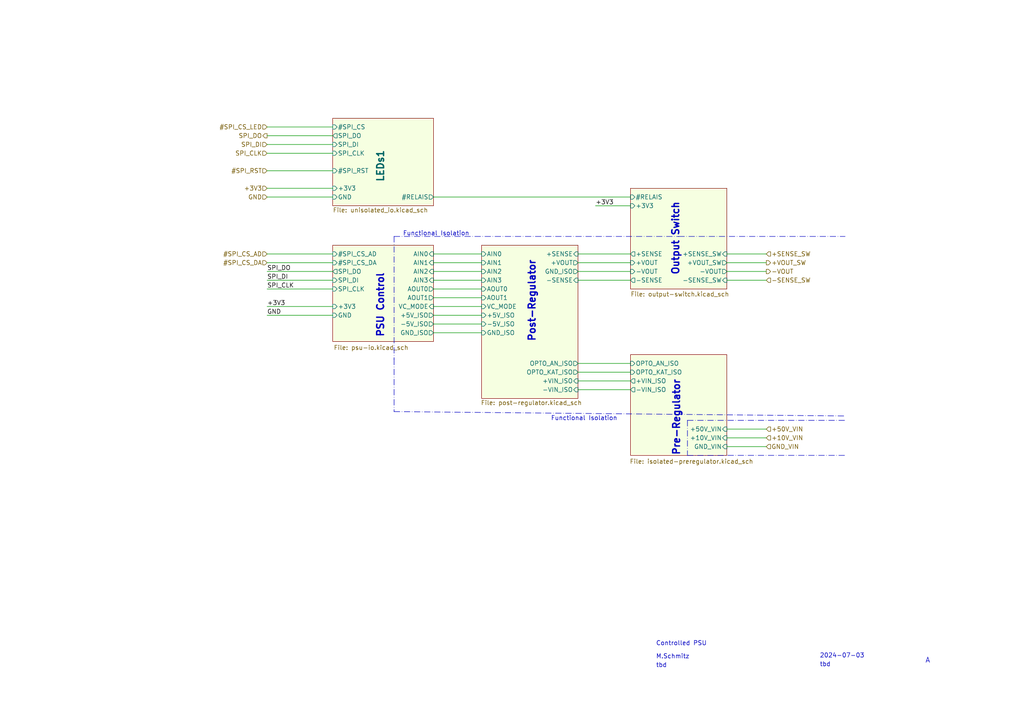
<source format=kicad_sch>
(kicad_sch
	(version 20231120)
	(generator "eeschema")
	(generator_version "8.0")
	(uuid "08fba71b-d712-466a-aac8-d6f2215b6925")
	(paper "A4")
	(title_block
		(title "CQ2")
		(date "2024-07-17")
		(rev "0")
	)
	(lib_symbols)
	(wire
		(pts
			(xy 125.73 93.98) (xy 139.7 93.98)
		)
		(stroke
			(width 0)
			(type default)
		)
		(uuid "09583243-695f-49cc-9549-103b80881ffd")
	)
	(wire
		(pts
			(xy 167.64 110.49) (xy 182.88 110.49)
		)
		(stroke
			(width 0)
			(type default)
		)
		(uuid "09c74385-af95-48ed-9b5f-a263dcd917c6")
	)
	(wire
		(pts
			(xy 210.82 129.54) (xy 222.25 129.54)
		)
		(stroke
			(width 0)
			(type default)
		)
		(uuid "0e508a97-4a2c-4405-a944-0fab40147908")
	)
	(wire
		(pts
			(xy 210.82 73.66) (xy 222.25 73.66)
		)
		(stroke
			(width 0)
			(type default)
		)
		(uuid "1d5687a0-093a-4abd-b276-db5ee1580c9d")
	)
	(polyline
		(pts
			(xy 114.3 119.38) (xy 245.11 120.65)
		)
		(stroke
			(width 0)
			(type dash_dot)
		)
		(uuid "1ff0e50f-48cc-43da-b03e-b88bfa94d5ec")
	)
	(wire
		(pts
			(xy 77.47 44.45) (xy 96.52 44.45)
		)
		(stroke
			(width 0)
			(type default)
		)
		(uuid "299ff361-74a3-41d2-b943-6fe739a7d1fe")
	)
	(wire
		(pts
			(xy 77.47 36.83) (xy 96.52 36.83)
		)
		(stroke
			(width 0)
			(type default)
		)
		(uuid "2c073648-c10a-4343-a6f9-7f230eb91d35")
	)
	(polyline
		(pts
			(xy 114.3 68.58) (xy 114.3 104.14)
		)
		(stroke
			(width 0)
			(type dash_dot)
		)
		(uuid "2e357bd4-a8d9-46e0-ab8a-668687d4d266")
	)
	(wire
		(pts
			(xy 77.47 41.91) (xy 96.52 41.91)
		)
		(stroke
			(width 0)
			(type default)
		)
		(uuid "37da21d8-c299-4d61-abe8-05eb72c519e3")
	)
	(polyline
		(pts
			(xy 199.39 121.92) (xy 245.11 121.92)
		)
		(stroke
			(width 0)
			(type dash_dot)
		)
		(uuid "3960c6ba-e19e-45df-9373-4eea093c3b95")
	)
	(wire
		(pts
			(xy 167.64 107.95) (xy 182.88 107.95)
		)
		(stroke
			(width 0)
			(type default)
		)
		(uuid "3963fd8e-dcb2-47ee-a810-e61c84d93095")
	)
	(wire
		(pts
			(xy 77.47 88.9) (xy 96.52 88.9)
		)
		(stroke
			(width 0)
			(type default)
		)
		(uuid "3b94a73f-fb68-46fc-a1d5-2dccbc365bc4")
	)
	(wire
		(pts
			(xy 77.47 78.74) (xy 96.52 78.74)
		)
		(stroke
			(width 0)
			(type default)
		)
		(uuid "43e62f0d-4c01-4589-969a-95ee32f190e2")
	)
	(polyline
		(pts
			(xy 114.3 104.14) (xy 114.3 104.14)
		)
		(stroke
			(width 0)
			(type dash_dot)
		)
		(uuid "49eefdfd-41a6-47b1-ab54-4d91bc1dfc3a")
	)
	(wire
		(pts
			(xy 77.47 39.37) (xy 96.52 39.37)
		)
		(stroke
			(width 0)
			(type default)
		)
		(uuid "57041323-ce5c-43cd-9088-a998c6b69d8a")
	)
	(wire
		(pts
			(xy 77.47 73.66) (xy 96.52 73.66)
		)
		(stroke
			(width 0)
			(type default)
		)
		(uuid "5a550424-d74c-4125-a0ba-7f7ef4edd3e8")
	)
	(wire
		(pts
			(xy 125.73 96.52) (xy 139.7 96.52)
		)
		(stroke
			(width 0)
			(type default)
		)
		(uuid "5d80aa5e-7669-4907-8923-bf11da54d9db")
	)
	(wire
		(pts
			(xy 210.82 124.46) (xy 222.25 124.46)
		)
		(stroke
			(width 0)
			(type default)
		)
		(uuid "6e9ad2cf-423d-40b6-9e91-f0c888bdb585")
	)
	(wire
		(pts
			(xy 125.73 86.36) (xy 139.7 86.36)
		)
		(stroke
			(width 0)
			(type default)
		)
		(uuid "729935f5-5264-42ef-bbec-18b2da35c0ef")
	)
	(wire
		(pts
			(xy 167.64 73.66) (xy 182.88 73.66)
		)
		(stroke
			(width 0)
			(type default)
		)
		(uuid "7be074af-0de8-4370-a384-d39f3e562bc6")
	)
	(wire
		(pts
			(xy 210.82 76.2) (xy 222.25 76.2)
		)
		(stroke
			(width 0)
			(type default)
		)
		(uuid "7c88e5b3-7cbf-4430-9491-0bbf3df2895a")
	)
	(wire
		(pts
			(xy 125.73 81.28) (xy 139.7 81.28)
		)
		(stroke
			(width 0)
			(type default)
		)
		(uuid "7cb16686-fa0f-4aaa-8567-8d8a18522430")
	)
	(wire
		(pts
			(xy 125.73 76.2) (xy 139.7 76.2)
		)
		(stroke
			(width 0)
			(type default)
		)
		(uuid "81ece53e-9d4f-41bb-b655-41579546837b")
	)
	(wire
		(pts
			(xy 125.73 57.15) (xy 182.88 57.15)
		)
		(stroke
			(width 0)
			(type default)
		)
		(uuid "83c1556f-626a-4dd0-81de-59d5b901c1ec")
	)
	(polyline
		(pts
			(xy 196.85 68.58) (xy 196.85 68.58)
		)
		(stroke
			(width 0)
			(type dash_dot)
		)
		(uuid "8b10d82f-0707-4f27-be1e-4f0dcf223435")
	)
	(wire
		(pts
			(xy 210.82 81.28) (xy 222.25 81.28)
		)
		(stroke
			(width 0)
			(type default)
		)
		(uuid "8d64343f-f882-48db-929b-df440b75c9e3")
	)
	(wire
		(pts
			(xy 125.73 78.74) (xy 139.7 78.74)
		)
		(stroke
			(width 0)
			(type default)
		)
		(uuid "946b7d7a-6fc5-4aca-bed8-d6f42027da0e")
	)
	(wire
		(pts
			(xy 210.82 78.74) (xy 222.25 78.74)
		)
		(stroke
			(width 0)
			(type default)
		)
		(uuid "969ddc6e-c7d2-4b99-9556-dfbee594904d")
	)
	(wire
		(pts
			(xy 167.64 78.74) (xy 182.88 78.74)
		)
		(stroke
			(width 0)
			(type default)
		)
		(uuid "9f357e5e-800d-4052-b3e7-98ad57864026")
	)
	(wire
		(pts
			(xy 167.64 76.2) (xy 182.88 76.2)
		)
		(stroke
			(width 0)
			(type default)
		)
		(uuid "a2068f34-b084-4754-adf1-4df796e8b7f3")
	)
	(wire
		(pts
			(xy 210.82 127) (xy 222.25 127)
		)
		(stroke
			(width 0)
			(type default)
		)
		(uuid "a402f1d9-7b4a-4d99-aaa6-b8b1e44eb0b7")
	)
	(wire
		(pts
			(xy 167.64 113.03) (xy 182.88 113.03)
		)
		(stroke
			(width 0)
			(type default)
		)
		(uuid "a6d6088d-affd-46bc-a26a-3631224ca0a2")
	)
	(polyline
		(pts
			(xy 114.3 68.58) (xy 196.85 68.58)
		)
		(stroke
			(width 0)
			(type dash_dot)
		)
		(uuid "a8c1fed0-c254-449c-9253-cd7dbac28b4d")
	)
	(wire
		(pts
			(xy 77.47 81.28) (xy 96.52 81.28)
		)
		(stroke
			(width 0)
			(type default)
		)
		(uuid "acf9caa0-922f-4391-bd9d-5d28b9556734")
	)
	(wire
		(pts
			(xy 167.64 105.41) (xy 182.88 105.41)
		)
		(stroke
			(width 0)
			(type default)
		)
		(uuid "ad8b7edd-fa44-4a4e-ab19-1b6395d2f1a7")
	)
	(wire
		(pts
			(xy 172.72 59.69) (xy 182.88 59.69)
		)
		(stroke
			(width 0)
			(type default)
		)
		(uuid "b5f3f236-3ddc-4cd9-b450-3c6fca0de1ca")
	)
	(wire
		(pts
			(xy 77.47 57.15) (xy 96.52 57.15)
		)
		(stroke
			(width 0)
			(type default)
		)
		(uuid "b73050cf-9499-4d08-9496-58ff31228592")
	)
	(wire
		(pts
			(xy 77.47 91.44) (xy 96.52 91.44)
		)
		(stroke
			(width 0)
			(type default)
		)
		(uuid "b889f016-6b14-462e-a0be-4d147897f938")
	)
	(wire
		(pts
			(xy 77.47 54.61) (xy 96.52 54.61)
		)
		(stroke
			(width 0)
			(type default)
		)
		(uuid "bbf73887-3ebb-4d4f-b959-8ff637b14e34")
	)
	(wire
		(pts
			(xy 77.47 49.53) (xy 96.52 49.53)
		)
		(stroke
			(width 0)
			(type default)
		)
		(uuid "cf5a27bb-35bf-4b0c-a916-f2eb4b80980a")
	)
	(wire
		(pts
			(xy 125.73 91.44) (xy 139.7 91.44)
		)
		(stroke
			(width 0)
			(type default)
		)
		(uuid "cf908a91-abb4-4a99-bf33-01e550471c0b")
	)
	(polyline
		(pts
			(xy 199.39 132.08) (xy 245.11 132.08)
		)
		(stroke
			(width 0)
			(type dash_dot)
		)
		(uuid "d1c91deb-5afb-48b5-9db3-d1d791ab3529")
	)
	(wire
		(pts
			(xy 77.47 83.82) (xy 96.52 83.82)
		)
		(stroke
			(width 0)
			(type default)
		)
		(uuid "d3234b68-e79e-4539-a1c4-e14589501f17")
	)
	(polyline
		(pts
			(xy 114.3 104.14) (xy 114.3 119.38)
		)
		(stroke
			(width 0)
			(type dash_dot)
		)
		(uuid "daa3f3d7-6830-4787-b36f-d37c49cfc317")
	)
	(wire
		(pts
			(xy 167.64 81.28) (xy 182.88 81.28)
		)
		(stroke
			(width 0)
			(type default)
		)
		(uuid "dfad851b-6452-4ab5-9370-5b792716412a")
	)
	(wire
		(pts
			(xy 125.73 83.82) (xy 139.7 83.82)
		)
		(stroke
			(width 0)
			(type default)
		)
		(uuid "e4118296-83a2-48e8-944f-7fd7666032c7")
	)
	(polyline
		(pts
			(xy 196.85 68.58) (xy 245.11 68.58)
		)
		(stroke
			(width 0)
			(type dash_dot)
		)
		(uuid "e8a8a7d5-8a5e-4cd9-bf12-da4eeef58ad4")
	)
	(polyline
		(pts
			(xy 199.39 121.92) (xy 199.39 132.08)
		)
		(stroke
			(width 0)
			(type dash_dot)
		)
		(uuid "eb7bb641-0f3c-42b5-8e08-bb2bae83d854")
	)
	(wire
		(pts
			(xy 77.47 76.2) (xy 96.52 76.2)
		)
		(stroke
			(width 0)
			(type default)
		)
		(uuid "f2d94de4-cc75-4158-a6c6-1041ace44797")
	)
	(wire
		(pts
			(xy 125.73 88.9) (xy 139.7 88.9)
		)
		(stroke
			(width 0)
			(type default)
		)
		(uuid "f56be5a4-9f9c-4057-a539-0d47e18c06b7")
	)
	(wire
		(pts
			(xy 125.73 73.66) (xy 139.7 73.66)
		)
		(stroke
			(width 0)
			(type default)
		)
		(uuid "f7717a30-456f-4962-a9ad-2ee56be09a18")
	)
	(text "M.Schmitz"
		(exclude_from_sim no)
		(at 190.246 191.262 0)
		(effects
			(font
				(size 1.27 1.27)
			)
			(justify left bottom)
		)
		(uuid "1b6a4184-47c3-4b01-a111-c392c6620174")
	)
	(text "Functional Isolation"
		(exclude_from_sim no)
		(at 116.84 68.58 0)
		(effects
			(font
				(size 1.27 1.27)
			)
			(justify left bottom)
		)
		(uuid "2604340e-7ccd-48a2-98cd-c69e8ad46375")
	)
	(text "Controlled PSU"
		(exclude_from_sim no)
		(at 190.246 187.452 0)
		(effects
			(font
				(size 1.27 1.27)
			)
			(justify left bottom)
		)
		(uuid "52826a27-3049-41aa-9be4-dd7e72871e7f")
	)
	(text "Functional Isolation"
		(exclude_from_sim no)
		(at 159.766 122.174 0)
		(effects
			(font
				(size 1.27 1.27)
			)
			(justify left bottom)
		)
		(uuid "5ab502ea-ac7f-4e7a-ac88-0232ac8bb939")
	)
	(text "tbd"
		(exclude_from_sim no)
		(at 190.246 193.802 0)
		(effects
			(font
				(size 1.27 1.27)
			)
			(justify left bottom)
		)
		(uuid "8957bb4a-93af-4285-b21f-3a9012bb2eb9")
	)
	(text "2024-07-03"
		(exclude_from_sim no)
		(at 237.744 191.008 0)
		(effects
			(font
				(size 1.27 1.27)
			)
			(justify left bottom)
		)
		(uuid "8ec78da4-fd0f-4f0f-8c47-421b7915f596")
	)
	(text "tbd"
		(exclude_from_sim no)
		(at 237.744 193.548 0)
		(effects
			(font
				(size 1.27 1.27)
			)
			(justify left bottom)
		)
		(uuid "c4e5bfd9-fca3-41d5-8c6f-44b26d1ceb6e")
	)
	(text "A"
		(exclude_from_sim no)
		(at 268.351 192.532 0)
		(effects
			(font
				(size 1.4986 1.4986)
			)
			(justify left bottom)
		)
		(uuid "d12e9527-1754-4d70-a056-2a64498e3451")
	)
	(label "+3V3"
		(at 172.72 59.69 0)
		(fields_autoplaced yes)
		(effects
			(font
				(size 1.27 1.27)
			)
			(justify left bottom)
		)
		(uuid "3c9ce6d1-9986-44d4-b6e2-461f2f1fbcb5")
	)
	(label "+3V3"
		(at 77.47 88.9 0)
		(fields_autoplaced yes)
		(effects
			(font
				(size 1.27 1.27)
			)
			(justify left bottom)
		)
		(uuid "572f0413-ebf5-4c88-80e1-6005d88e744b")
	)
	(label "GND"
		(at 77.47 91.44 0)
		(fields_autoplaced yes)
		(effects
			(font
				(size 1.27 1.27)
			)
			(justify left bottom)
		)
		(uuid "97184b24-b9a6-4dfd-8b24-a5f1c1cd3a4b")
	)
	(label "SPI_DI"
		(at 77.47 81.28 0)
		(fields_autoplaced yes)
		(effects
			(font
				(size 1.27 1.27)
			)
			(justify left bottom)
		)
		(uuid "ad0ada7c-d1b8-43e7-a11a-4f9c8313266d")
	)
	(label "SPI_CLK"
		(at 77.47 83.82 0)
		(fields_autoplaced yes)
		(effects
			(font
				(size 1.27 1.27)
			)
			(justify left bottom)
		)
		(uuid "ba66cc23-05a2-4169-b896-37e75197a857")
	)
	(label "SPI_DO"
		(at 77.47 78.74 0)
		(fields_autoplaced yes)
		(effects
			(font
				(size 1.27 1.27)
			)
			(justify left bottom)
		)
		(uuid "dfe7c72a-ed78-4cb6-b476-024e68e0183d")
	)
	(hierarchical_label "#SPI_CS_DA"
		(shape input)
		(at 77.47 76.2 180)
		(fields_autoplaced yes)
		(effects
			(font
				(size 1.27 1.27)
			)
			(justify right)
		)
		(uuid "09fe452d-de9b-4665-a9b5-bf0b65eb99f8")
	)
	(hierarchical_label "SPI_DO"
		(shape output)
		(at 77.47 39.37 180)
		(fields_autoplaced yes)
		(effects
			(font
				(size 1.27 1.27)
			)
			(justify right)
		)
		(uuid "19c2fe8f-2d94-4d44-9fa2-85d6182b011f")
	)
	(hierarchical_label "GND"
		(shape input)
		(at 77.47 57.15 180)
		(fields_autoplaced yes)
		(effects
			(font
				(size 1.27 1.27)
			)
			(justify right)
		)
		(uuid "45d042ea-8b16-4224-a2db-f3f035bc86b0")
	)
	(hierarchical_label "GND_VIN"
		(shape input)
		(at 222.25 129.54 0)
		(fields_autoplaced yes)
		(effects
			(font
				(size 1.27 1.27)
			)
			(justify left)
		)
		(uuid "46734a8a-0e15-4ba1-bd12-942be78d6547")
	)
	(hierarchical_label "SPI_CLK"
		(shape input)
		(at 77.47 44.45 180)
		(fields_autoplaced yes)
		(effects
			(font
				(size 1.27 1.27)
			)
			(justify right)
		)
		(uuid "4b96a373-08b9-4191-9e92-75544b23056d")
	)
	(hierarchical_label "-VOUT"
		(shape output)
		(at 222.25 78.74 0)
		(fields_autoplaced yes)
		(effects
			(font
				(size 1.27 1.27)
			)
			(justify left)
		)
		(uuid "5080f85a-6b13-466c-af30-8a35f77381a2")
	)
	(hierarchical_label "#SPI_CS_AD"
		(shape input)
		(at 77.47 73.66 180)
		(fields_autoplaced yes)
		(effects
			(font
				(size 1.27 1.27)
			)
			(justify right)
		)
		(uuid "5e311e9f-ed96-40f3-b9c0-4a44a3285b5e")
	)
	(hierarchical_label "+50V_VIN"
		(shape input)
		(at 222.25 124.46 0)
		(fields_autoplaced yes)
		(effects
			(font
				(size 1.27 1.27)
			)
			(justify left)
		)
		(uuid "5f16e92b-ab3d-4cb1-b80d-19988756721d")
	)
	(hierarchical_label "SPI_DI"
		(shape input)
		(at 77.47 41.91 180)
		(fields_autoplaced yes)
		(effects
			(font
				(size 1.27 1.27)
			)
			(justify right)
		)
		(uuid "67ba7f3d-31d1-432f-9a12-7873fd906b07")
	)
	(hierarchical_label "+VOUT_SW"
		(shape output)
		(at 222.25 76.2 0)
		(fields_autoplaced yes)
		(effects
			(font
				(size 1.27 1.27)
			)
			(justify left)
		)
		(uuid "6b31f578-ff35-497d-8be3-2af7e788dc2e")
	)
	(hierarchical_label "+3V3"
		(shape input)
		(at 77.47 54.61 180)
		(fields_autoplaced yes)
		(effects
			(font
				(size 1.27 1.27)
			)
			(justify right)
		)
		(uuid "7ad2a998-c089-43b3-b304-7af21e03adfe")
	)
	(hierarchical_label "+10V_VIN"
		(shape input)
		(at 222.25 127 0)
		(fields_autoplaced yes)
		(effects
			(font
				(size 1.27 1.27)
			)
			(justify left)
		)
		(uuid "c26699ff-d5d2-44a9-bbb2-b9c691ba4b18")
	)
	(hierarchical_label "-SENSE_SW"
		(shape input)
		(at 222.25 81.28 0)
		(fields_autoplaced yes)
		(effects
			(font
				(size 1.27 1.27)
			)
			(justify left)
		)
		(uuid "cba9b791-0192-40b5-8034-eac77b8da3e0")
	)
	(hierarchical_label "#SPI_RST"
		(shape input)
		(at 77.47 49.53 180)
		(fields_autoplaced yes)
		(effects
			(font
				(size 1.27 1.27)
			)
			(justify right)
		)
		(uuid "e05bfdd8-d1bf-4d66-accd-bd384c83fa73")
	)
	(hierarchical_label "#SPI_CS_LED"
		(shape input)
		(at 77.47 36.83 180)
		(fields_autoplaced yes)
		(effects
			(font
				(size 1.27 1.27)
			)
			(justify right)
		)
		(uuid "e81c7674-4667-435e-9d6b-da187db8d2bf")
	)
	(hierarchical_label "+SENSE_SW"
		(shape input)
		(at 222.25 73.66 0)
		(fields_autoplaced yes)
		(effects
			(font
				(size 1.27 1.27)
			)
			(justify left)
		)
		(uuid "fe810433-54e0-4a5f-b260-048c0ef55806")
	)
	(sheet
		(at 96.52 71.12)
		(size 29.21 27.94)
		(stroke
			(width 0.1524)
			(type solid)
		)
		(fill
			(color 246 255 225 1.0000)
		)
		(uuid "1495dad5-83ea-4609-804f-2940cadedc39")
		(property "Sheetname" "PSU Control"
			(at 111.506 97.79 90)
			(effects
				(font
					(size 2 2)
					(bold yes)
					(color 0 0 194 1)
				)
				(justify left bottom)
			)
		)
		(property "Sheetfile" "psu-io.kicad_sch"
			(at 96.774 100.076 0)
			(effects
				(font
					(size 1.27 1.27)
				)
				(justify left top)
			)
		)
		(pin "+5V_ISO" output
			(at 125.73 91.44 0)
			(effects
				(font
					(size 1.27 1.27)
				)
				(justify right)
			)
			(uuid "2ea6e39d-8c02-49d7-bcbe-667c7720f1cf")
		)
		(pin "-5V_ISO" output
			(at 125.73 93.98 0)
			(effects
				(font
					(size 1.27 1.27)
				)
				(justify right)
			)
			(uuid "8340eabe-c8a2-4cf0-8863-1f7eba75d1ea")
		)
		(pin "GND_ISO" output
			(at 125.73 96.52 0)
			(effects
				(font
					(size 1.27 1.27)
				)
				(justify right)
			)
			(uuid "5825c9f4-8cbc-4a33-80b3-18b34d9d3273")
		)
		(pin "AOUT1" output
			(at 125.73 86.36 0)
			(effects
				(font
					(size 1.27 1.27)
				)
				(justify right)
			)
			(uuid "b53f7e61-9d00-44bc-b383-250ce679769e")
		)
		(pin "AOUT0" output
			(at 125.73 83.82 0)
			(effects
				(font
					(size 1.27 1.27)
				)
				(justify right)
			)
			(uuid "71506b5d-e02e-4451-b438-92e9f42812f3")
		)
		(pin "AIN2" input
			(at 125.73 78.74 0)
			(effects
				(font
					(size 1.27 1.27)
				)
				(justify right)
			)
			(uuid "f12be7ab-94fb-474d-a27e-091dd679da9b")
		)
		(pin "AIN0" input
			(at 125.73 73.66 0)
			(effects
				(font
					(size 1.27 1.27)
				)
				(justify right)
			)
			(uuid "ebbde38e-c8b5-48f8-a097-37c3a65dc390")
		)
		(pin "AIN1" input
			(at 125.73 76.2 0)
			(effects
				(font
					(size 1.27 1.27)
				)
				(justify right)
			)
			(uuid "e0fa9382-1ca4-4a67-a636-1d591b6b92a4")
		)
		(pin "#SPI_CS_AD" input
			(at 96.52 73.66 180)
			(effects
				(font
					(size 1.27 1.27)
				)
				(justify left)
			)
			(uuid "30b185d7-9d53-4b40-a01d-5c12f04f25f9")
		)
		(pin "SPI_DI" input
			(at 96.52 81.28 180)
			(effects
				(font
					(size 1.27 1.27)
				)
				(justify left)
			)
			(uuid "4bf58a32-720c-47a0-9de4-372e057ab9e5")
		)
		(pin "SPI_CLK" input
			(at 96.52 83.82 180)
			(effects
				(font
					(size 1.27 1.27)
				)
				(justify left)
			)
			(uuid "bb704042-2c60-4599-b7ea-49ba43278139")
		)
		(pin "SPI_DO" output
			(at 96.52 78.74 180)
			(effects
				(font
					(size 1.27 1.27)
				)
				(justify left)
			)
			(uuid "0d761ff1-b0a5-48f1-8765-c00a5fca13c5")
		)
		(pin "+3V3" input
			(at 96.52 88.9 180)
			(effects
				(font
					(size 1.27 1.27)
				)
				(justify left)
			)
			(uuid "5a511609-7b6a-4a6d-bd3a-0287dd5d698d")
		)
		(pin "GND" input
			(at 96.52 91.44 180)
			(effects
				(font
					(size 1.27 1.27)
				)
				(justify left)
			)
			(uuid "5288d910-75df-4bc3-8c40-f499f8e61300")
		)
		(pin "AIN3" input
			(at 125.73 81.28 0)
			(effects
				(font
					(size 1.27 1.27)
				)
				(justify right)
			)
			(uuid "a03fa079-cc92-478c-baf5-5d276622b741")
		)
		(pin "#SPI_CS_DA" input
			(at 96.52 76.2 180)
			(effects
				(font
					(size 1.27 1.27)
				)
				(justify left)
			)
			(uuid "0781a650-fbc9-40fc-a9d6-9533042b39db")
		)
		(pin "VC_MODE" input
			(at 125.73 88.9 0)
			(effects
				(font
					(size 1.27 1.27)
				)
				(justify right)
			)
			(uuid "c9b9cd2a-8745-47a3-b991-755013ac9acf")
		)
		(instances
			(project "cq2"
				(path "/b7250307-01ed-4101-9d2a-e447f7e762c6/699e04ef-9f87-46ae-839a-2e051ef22e36"
					(page "20")
				)
				(path "/b7250307-01ed-4101-9d2a-e447f7e762c6/3fc2b017-f168-44ab-b635-d30322457b0e"
					(page "13")
				)
			)
		)
	)
	(sheet
		(at 96.52 34.29)
		(size 29.21 25.4)
		(stroke
			(width 0.1524)
			(type solid)
		)
		(fill
			(color 246 255 225 1.0000)
		)
		(uuid "60f69676-ea57-4959-a924-b719226b6449")
		(property "Sheetname" "LEDs1"
			(at 111.506 52.832 90)
			(effects
				(font
					(size 2 2)
					(bold yes)
				)
				(justify left bottom)
			)
		)
		(property "Sheetfile" "unisolated_io.kicad_sch"
			(at 96.52 60.198 0)
			(effects
				(font
					(size 1.27 1.27)
				)
				(justify left top)
			)
		)
		(pin "GND" input
			(at 96.52 57.15 180)
			(effects
				(font
					(size 1.27 1.27)
				)
				(justify left)
			)
			(uuid "0726f067-68cb-4851-84aa-829247465bc9")
		)
		(pin "SPI_CLK" input
			(at 96.52 44.45 180)
			(effects
				(font
					(size 1.27 1.27)
				)
				(justify left)
			)
			(uuid "b9485a58-a242-4574-9a81-02ccbe1cf452")
		)
		(pin "SPI_DI" input
			(at 96.52 41.91 180)
			(effects
				(font
					(size 1.27 1.27)
				)
				(justify left)
			)
			(uuid "bcae467a-e532-448e-a13b-18412d0cd1e5")
		)
		(pin "SPI_DO" output
			(at 96.52 39.37 180)
			(effects
				(font
					(size 1.27 1.27)
				)
				(justify left)
			)
			(uuid "b5633114-ec49-4bde-b4be-a7616070608e")
		)
		(pin "#SPI_CS" input
			(at 96.52 36.83 180)
			(effects
				(font
					(size 1.27 1.27)
				)
				(justify left)
			)
			(uuid "d7d9a42c-9503-4cc0-8bcf-858c93cce927")
		)
		(pin "+3V3" input
			(at 96.52 54.61 180)
			(effects
				(font
					(size 1.27 1.27)
				)
				(justify left)
			)
			(uuid "28773bfb-0bc5-4faf-90c1-7d9c454f26c5")
		)
		(pin "#SPI_RST" input
			(at 96.52 49.53 180)
			(effects
				(font
					(size 1.27 1.27)
				)
				(justify left)
			)
			(uuid "91669999-1386-4b26-983b-f2ad2b1eb01b")
		)
		(pin "#RELAIS" output
			(at 125.73 57.15 0)
			(effects
				(font
					(size 1.27 1.27)
				)
				(justify right)
			)
			(uuid "cfcc5320-2026-48bb-9976-b7d7b119c43f")
		)
		(instances
			(project "cq2"
				(path "/b7250307-01ed-4101-9d2a-e447f7e762c6/3fc2b017-f168-44ab-b635-d30322457b0e"
					(page "22")
				)
				(path "/b7250307-01ed-4101-9d2a-e447f7e762c6/699e04ef-9f87-46ae-839a-2e051ef22e36"
					(page "23")
				)
			)
		)
	)
	(sheet
		(at 182.88 54.61)
		(size 27.94 29.21)
		(stroke
			(width 0.1524)
			(type solid)
		)
		(fill
			(color 246 255 225 1.0000)
		)
		(uuid "998603e2-719f-4dc3-beef-77a3b72d47fe")
		(property "Sheetname" "Output Switch"
			(at 197.104 79.756 90)
			(effects
				(font
					(size 2 2)
					(bold yes)
					(color 0 0 194 1)
				)
				(justify left bottom)
			)
		)
		(property "Sheetfile" "output-switch.kicad_sch"
			(at 182.88 84.582 0)
			(effects
				(font
					(size 1.27 1.27)
				)
				(justify left top)
			)
		)
		(property "Field2" ""
			(at 182.88 54.61 0)
			(effects
				(font
					(size 1.27 1.27)
				)
				(hide yes)
			)
		)
		(pin "+VOUT_SW" output
			(at 210.82 76.2 0)
			(effects
				(font
					(size 1.27 1.27)
				)
				(justify right)
			)
			(uuid "92ff1db2-f809-4145-a5cb-637608034d78")
		)
		(pin "+SENSE_SW" input
			(at 210.82 73.66 0)
			(effects
				(font
					(size 1.27 1.27)
				)
				(justify right)
			)
			(uuid "127b1095-cc0a-4879-add0-49a6cb944cd0")
		)
		(pin "-SENSE_SW" input
			(at 210.82 81.28 0)
			(effects
				(font
					(size 1.27 1.27)
				)
				(justify right)
			)
			(uuid "e3574a75-adc0-4064-bf26-fd3a383cbc9a")
		)
		(pin "-VOUT" output
			(at 210.82 78.74 0)
			(effects
				(font
					(size 1.27 1.27)
				)
				(justify right)
			)
			(uuid "272a8554-dde9-4e6f-96f6-bf0aae0d9e85")
		)
		(pin "-SENSE" output
			(at 182.88 81.28 180)
			(effects
				(font
					(size 1.27 1.27)
				)
				(justify left)
			)
			(uuid "6ba4d0ec-dd75-4bfb-9bee-3e137abd57a9")
		)
		(pin "#RELAIS" input
			(at 182.88 57.15 180)
			(effects
				(font
					(size 1.27 1.27)
				)
				(justify left)
			)
			(uuid "1206d167-7ee2-405d-b170-0b1c0ebc545f")
		)
		(pin "+3V3" input
			(at 182.88 59.69 180)
			(effects
				(font
					(size 1.27 1.27)
				)
				(justify left)
			)
			(uuid "ebfae251-e53d-4fe4-a6a6-c64197e49f68")
		)
		(pin "+SENSE" output
			(at 182.88 73.66 180)
			(effects
				(font
					(size 1.27 1.27)
				)
				(justify left)
			)
			(uuid "6512ac10-c660-4ea3-bfb3-324fdaa38ddb")
		)
		(pin "+VOUT" input
			(at 182.88 76.2 180)
			(effects
				(font
					(size 1.27 1.27)
				)
				(justify left)
			)
			(uuid "c635497d-6ec0-4adc-90c5-106eca7f3bfa")
		)
		(pin "-VOUT" input
			(at 182.88 78.74 180)
			(effects
				(font
					(size 1.27 1.27)
				)
				(justify left)
			)
			(uuid "31c67a82-77ea-4c7e-b66c-a7824d2713a3")
		)
		(instances
			(project "cq2"
				(path "/b7250307-01ed-4101-9d2a-e447f7e762c6/699e04ef-9f87-46ae-839a-2e051ef22e36"
					(page "19")
				)
				(path "/b7250307-01ed-4101-9d2a-e447f7e762c6/3fc2b017-f168-44ab-b635-d30322457b0e"
					(page "15")
				)
			)
		)
	)
	(sheet
		(at 182.88 102.87)
		(size 27.94 29.21)
		(stroke
			(width 0.1524)
			(type solid)
		)
		(fill
			(color 246 255 225 1.0000)
		)
		(uuid "d7e98c56-310e-4654-9786-bdcc0d9df2b2")
		(property "Sheetname" "Pre-Regulator"
			(at 197.358 132.08 90)
			(effects
				(font
					(size 2 2)
					(bold yes)
					(color 0 0 194 1)
				)
				(justify left bottom)
			)
		)
		(property "Sheetfile" "isolated-preregulator.kicad_sch"
			(at 182.626 133.096 0)
			(effects
				(font
					(size 1.27 1.27)
				)
				(justify left top)
			)
		)
		(property "Field2" ""
			(at 182.88 102.87 0)
			(effects
				(font
					(size 1.27 1.27)
				)
				(hide yes)
			)
		)
		(pin "OPTO_AN_ISO" input
			(at 182.88 105.41 180)
			(effects
				(font
					(size 1.27 1.27)
				)
				(justify left)
			)
			(uuid "ef45d4d7-be01-4678-aa54-f4a601470b79")
		)
		(pin "OPTO_KAT_ISO" input
			(at 182.88 107.95 180)
			(effects
				(font
					(size 1.27 1.27)
				)
				(justify left)
			)
			(uuid "db807da8-ac5a-47fc-b938-9613fd23b55a")
		)
		(pin "+VIN_ISO" output
			(at 182.88 110.49 180)
			(effects
				(font
					(size 1.27 1.27)
				)
				(justify left)
			)
			(uuid "e95c9217-af2c-4c24-a615-1d435ec6de56")
		)
		(pin "-VIN_ISO" output
			(at 182.88 113.03 180)
			(effects
				(font
					(size 1.27 1.27)
				)
				(justify left)
			)
			(uuid "69512746-9464-49f6-9cc5-205c6231ea31")
		)
		(pin "+50V_VIN" input
			(at 210.82 124.46 0)
			(effects
				(font
					(size 1.27 1.27)
				)
				(justify right)
			)
			(uuid "5f1f9872-c5f2-4d44-a20b-c0cbe070c5bb")
		)
		(pin "GND_VIN" input
			(at 210.82 129.54 0)
			(effects
				(font
					(size 1.27 1.27)
				)
				(justify right)
			)
			(uuid "b4d41d0b-b7b3-4307-9f9a-f102bb5c72dd")
		)
		(pin "+10V_VIN" input
			(at 210.82 127 0)
			(effects
				(font
					(size 1.27 1.27)
				)
				(justify right)
			)
			(uuid "e70254e3-849c-45bd-9eec-0439bbf73e8a")
		)
		(instances
			(project "cq2"
				(path "/b7250307-01ed-4101-9d2a-e447f7e762c6/699e04ef-9f87-46ae-839a-2e051ef22e36"
					(page "18")
				)
				(path "/b7250307-01ed-4101-9d2a-e447f7e762c6/3fc2b017-f168-44ab-b635-d30322457b0e"
					(page "16")
				)
			)
		)
	)
	(sheet
		(at 139.7 71.12)
		(size 27.94 44.45)
		(stroke
			(width 0.1524)
			(type solid)
		)
		(fill
			(color 246 255 225 1.0000)
		)
		(uuid "f219070c-fa32-4a76-ab26-e03291ee9d43")
		(property "Sheetname" "Post-Regulator"
			(at 155.448 99.06 90)
			(effects
				(font
					(size 2 2)
					(bold yes)
					(color 0 0 194 1)
				)
				(justify left bottom)
			)
		)
		(property "Sheetfile" "post-regulator.kicad_sch"
			(at 139.446 116.078 0)
			(effects
				(font
					(size 1.27 1.27)
				)
				(justify left top)
			)
		)
		(property "Field2" ""
			(at 139.7 71.12 0)
			(effects
				(font
					(size 1.27 1.27)
				)
				(hide yes)
			)
		)
		(pin "AOUT0" input
			(at 139.7 83.82 180)
			(effects
				(font
					(size 1.27 1.27)
				)
				(justify left)
			)
			(uuid "153c03c3-f13d-4e50-856c-570c3ec8085b")
		)
		(pin "OPTO_KAT_ISO" output
			(at 167.64 107.95 0)
			(effects
				(font
					(size 1.27 1.27)
				)
				(justify right)
			)
			(uuid "7ab0ad36-c526-48cb-87d2-040b88e6e7a8")
		)
		(pin "OPTO_AN_ISO" output
			(at 167.64 105.41 0)
			(effects
				(font
					(size 1.27 1.27)
				)
				(justify right)
			)
			(uuid "c328aede-6e24-4242-9260-88a6aadc619c")
		)
		(pin "+VIN_ISO" input
			(at 167.64 110.49 0)
			(effects
				(font
					(size 1.27 1.27)
				)
				(justify right)
			)
			(uuid "b3cc555d-73ab-4d50-b7b7-eb7f373aafc1")
		)
		(pin "GND_ISO" input
			(at 139.7 96.52 180)
			(effects
				(font
					(size 1.27 1.27)
				)
				(justify left)
			)
			(uuid "23c99f7d-ebbb-4259-95da-b1af92e8e33a")
		)
		(pin "+5V_ISO" input
			(at 139.7 91.44 180)
			(effects
				(font
					(size 1.27 1.27)
				)
				(justify left)
			)
			(uuid "8feb4a0c-4fdb-45c0-b367-f98cb2d0f87d")
		)
		(pin "-5V_ISO" input
			(at 139.7 93.98 180)
			(effects
				(font
					(size 1.27 1.27)
				)
				(justify left)
			)
			(uuid "ab54c263-f119-4bbc-b645-20d7bb71f030")
		)
		(pin "AOUT1" input
			(at 139.7 86.36 180)
			(effects
				(font
					(size 1.27 1.27)
				)
				(justify left)
			)
			(uuid "796fd02a-55e6-49e5-aa8e-9e6a73feda8c")
		)
		(pin "-VIN_ISO" input
			(at 167.64 113.03 0)
			(effects
				(font
					(size 1.27 1.27)
				)
				(justify right)
			)
			(uuid "2e3c0955-954f-4532-beb0-93574cf78008")
		)
		(pin "AIN3" input
			(at 139.7 81.28 180)
			(effects
				(font
					(size 1.27 1.27)
				)
				(justify left)
			)
			(uuid "4eae794d-bcd2-4381-9431-8526bfbb3165")
		)
		(pin "AIN2" input
			(at 139.7 78.74 180)
			(effects
				(font
					(size 1.27 1.27)
				)
				(justify left)
			)
			(uuid "755777d1-41dc-49a2-a278-4eb6d3bc997d")
		)
		(pin "AIN1" input
			(at 139.7 76.2 180)
			(effects
				(font
					(size 1.27 1.27)
				)
				(justify left)
			)
			(uuid "7d7a781c-c0d4-4f7f-b7f9-680a0100bc5b")
		)
		(pin "AIN0" input
			(at 139.7 73.66 180)
			(effects
				(font
					(size 1.27 1.27)
				)
				(justify left)
			)
			(uuid "bcd1bfaa-f356-4c0d-b50f-28ca46ae649d")
		)
		(pin "+SENSE" input
			(at 167.64 73.66 0)
			(effects
				(font
					(size 1.27 1.27)
				)
				(justify right)
			)
			(uuid "85df02a8-8089-42c7-b7a6-fe5e0d85e7c5")
		)
		(pin "+VOUT" output
			(at 167.64 76.2 0)
			(effects
				(font
					(size 1.27 1.27)
				)
				(justify right)
			)
			(uuid "7d10d9e8-5793-455b-bad5-12d100efe8e5")
		)
		(pin "GND_ISO" output
			(at 167.64 78.74 0)
			(effects
				(font
					(size 1.27 1.27)
				)
				(justify right)
			)
			(uuid "373bb4c6-173c-4d24-9771-18a2c18228c2")
		)
		(pin "-SENSE" input
			(at 167.64 81.28 0)
			(effects
				(font
					(size 1.27 1.27)
				)
				(justify right)
			)
			(uuid "b531e1e1-b788-43fa-bf8b-4c0fa2341e7e")
		)
		(pin "VC_MODE" input
			(at 139.7 88.9 180)
			(effects
				(font
					(size 1.27 1.27)
				)
				(justify left)
			)
			(uuid "80e02281-4caf-412e-83a4-c1e3ad6125bd")
		)
		(instances
			(project "cq2"
				(path "/b7250307-01ed-4101-9d2a-e447f7e762c6/699e04ef-9f87-46ae-839a-2e051ef22e36"
					(page "21")
				)
				(path "/b7250307-01ed-4101-9d2a-e447f7e762c6/3fc2b017-f168-44ab-b635-d30322457b0e"
					(page "14")
				)
			)
		)
	)
)

</source>
